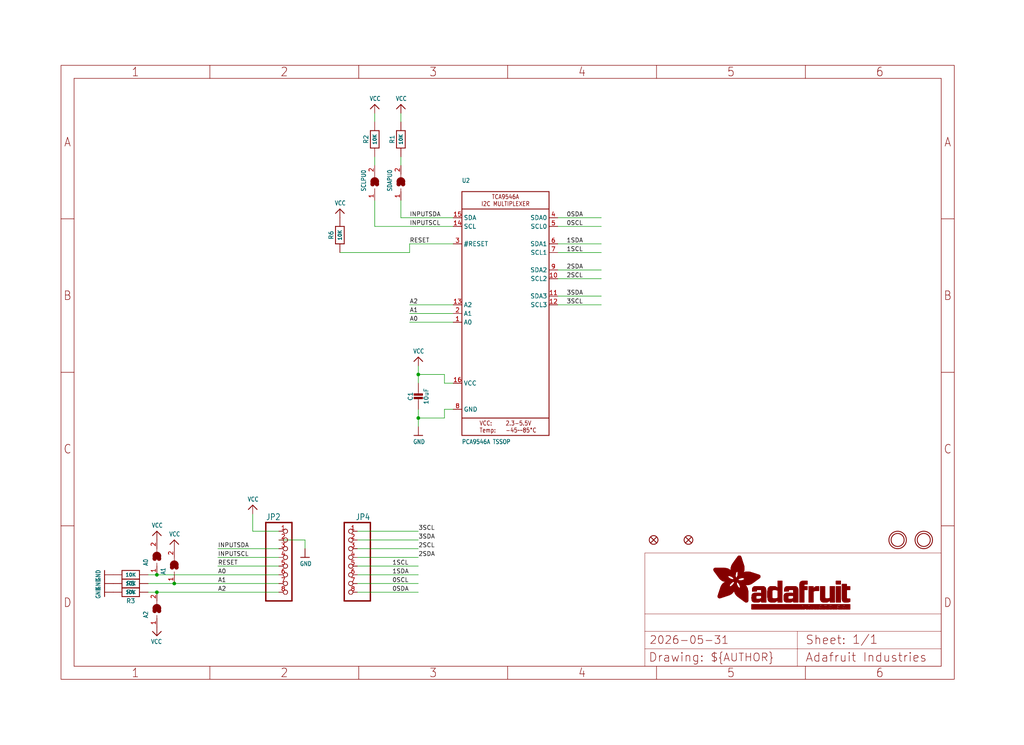
<source format=kicad_sch>
(kicad_sch (version 20230121) (generator eeschema)
  (paper "User" 298.45 217.322)
  (lib_symbols
    (symbol "working-eagle-import:CAP_CERAMIC0805-NOOUTLINE"
      (property "Reference" "C" (at -2.29 1.25 90))
      (symbol "CAP_CERAMIC0805-NOOUTLINE_1_0"
        (pin passive line (at 0 5.08 270) (length 2.54) (name "1") (number "1"))
        (pin passive line (at 0 -2.54 90) (length 2.54) (name "2") (number "2"))
      )
    )
    (symbol "working-eagle-import:FIDUCIAL_1MM")
    (symbol "working-eagle-import:FRAME_A4_ADAFRUIT"
      (symbol "FRAME_A4_ADAFRUIT_1_0"
        (text "${#}/${##}" (at 230.505 10.16 0) (effects (font (size 2.54 2.54)) (justify left bottom)))
        (text "${AUTHOR}" (at 189.23 5.08 0) (effects (font (size 2.286 2.286)) (justify left bottom)))
        (text "${CURRENT_DATE}" (at 171.45 10.16 0) (effects (font (size 2.286 2.286)) (justify left bottom)))
        (text "${PROJECTNAME}" (at 171.45 15.24 0) (effects (font (size 2.54 2.54)) (justify left bottom)))
        (text "1" (at 21.6958 1.905 0) (effects (font (size 2.54 2.286))))
        (text "1" (at 21.6958 177.165 0) (effects (font (size 2.54 2.286))))
        (text "2" (at 65.0875 1.905 0) (effects (font (size 2.54 2.286))))
        (text "2" (at 65.0875 177.165 0) (effects (font (size 2.54 2.286))))
        (text "3" (at 108.4792 1.905 0) (effects (font (size 2.54 2.286))))
        (text "3" (at 108.4792 177.165 0) (effects (font (size 2.54 2.286))))
        (text "4" (at 151.8708 1.905 0) (effects (font (size 2.54 2.286))))
        (text "4" (at 151.8708 177.165 0) (effects (font (size 2.54 2.286))))
        (text "5" (at 195.2625 1.905 0) (effects (font (size 2.54 2.286))))
        (text "5" (at 195.2625 177.165 0) (effects (font (size 2.54 2.286))))
        (text "6" (at 238.6542 1.905 0) (effects (font (size 2.54 2.286))))
        (text "6" (at 238.6542 177.165 0) (effects (font (size 2.54 2.286))))
        (text "A" (at 1.905 156.6863 0) (effects (font (size 2.54 2.286))))
        (text "A" (at 258.445 156.6863 0) (effects (font (size 2.54 2.286))))
        (text "Adafruit Industries" (at 216.916 4.953 0) (effects (font (size 2.54 2.54)) (justify left bottom)))
        (text "B" (at 1.905 111.9188 0) (effects (font (size 2.54 2.286))))
        (text "B" (at 258.445 111.9188 0) (effects (font (size 2.54 2.286))))
        (text "C" (at 1.905 67.1513 0) (effects (font (size 2.54 2.286))))
        (text "C" (at 258.445 67.1513 0) (effects (font (size 2.54 2.286))))
        (text "D" (at 1.905 22.3838 0) (effects (font (size 2.54 2.286))))
        (text "D" (at 258.445 22.3838 0) (effects (font (size 2.54 2.286))))
        (text "Drawing:" (at 171.196 4.953 0) (effects (font (size 2.54 2.54)) (justify left bottom)))
        (text "Sheet:" (at 216.916 10.033 0) (effects (font (size 2.54 2.54)) (justify left bottom)))
      )
    )
    (symbol "working-eagle-import:GND" (power)
      (property "Value" "GND" (at -1.524 -2.54 0))
      (symbol "GND_1_0"
        (pin power_in line (at 0 2.54 270) (length 2.54) (name "GND") (number "1"))
      )
    )
    (symbol "working-eagle-import:HEADER-1X870MIL"
      (property "Reference" "JP" (at -6.35 13.335 0))
      (symbol "HEADER-1X870MIL_1_0"
        (pin passive inverted (at -2.54 10.16 0) (length 2.54) (name "1") (number "1"))
        (pin passive inverted (at -2.54 7.62 0) (length 2.54) (name "2") (number "2"))
        (pin passive inverted (at -2.54 5.08 0) (length 2.54) (name "3") (number "3"))
        (pin passive inverted (at -2.54 2.54 0) (length 2.54) (name "4") (number "4"))
        (pin passive inverted (at -2.54 0 0) (length 2.54) (name "5") (number "5"))
        (pin passive inverted (at -2.54 -2.54 0) (length 2.54) (name "6") (number "6"))
        (pin passive inverted (at -2.54 -5.08 0) (length 2.54) (name "7") (number "7"))
        (pin passive inverted (at -2.54 -7.62 0) (length 2.54) (name "8") (number "8"))
      )
    )
    (symbol "working-eagle-import:MOUNTINGHOLE2.5")
    (symbol "working-eagle-import:RESISTOR_0603_NOOUT"
      (property "Reference" "R" (at 0 2.54 0))
      (symbol "RESISTOR_0603_NOOUT_1_0"
        (pin passive line (at -5.08 0 0) (length 2.54) (name "1") (number "1"))
        (pin passive line (at 5.08 0 180) (length 2.54) (name "2") (number "2"))
      )
    )
    (symbol "working-eagle-import:SOLDERJUMPER"
      (property "Reference" "SJ" (at -2.54 2.54 0))
      (symbol "SOLDERJUMPER_1_0"
        (pin passive line (at -5.08 0 0) (length 2.54) (name "1") (number "1"))
        (pin passive line (at 5.08 0 180) (length 2.54) (name "2") (number "2"))
      )
    )
    (symbol "working-eagle-import:SOLDERJUMPERCLOSED"
      (property "Reference" "SJ" (at -2.54 2.54 0))
      (symbol "SOLDERJUMPERCLOSED_1_0"
        (pin passive line (at -5.08 0 0) (length 2.54) (name "1") (number "1"))
        (pin passive line (at 5.08 0 180) (length 2.54) (name "2") (number "2"))
      )
    )
    (symbol "working-eagle-import:VCC" (power)
      (property "Value" "VCC" (at -1.524 1.016 0))
      (symbol "VCC_1_0"
        (pin power_in line (at 0 -2.54 90) (length 2.54) (name "VCC") (number "1"))
      )
    )
    (symbol "working-eagle-import:XCA9546APW"
      (property "Reference" "U" (at -12.7 38.1 0))
      (symbol "XCA9546APW_1_0"
        (text "2.3-5.5V\n-45~~85°C" (at 0 -33.02 0) (effects (font (size 1.27 1.0795)) (justify left)))
        (text "TCA9546A\nI2C MULTIPLEXER" (at 0 33.02 0) (effects (font (size 1.27 1.0795))))
        (text "VCC:\nTemp:" (at -7.62 -33.02 0) (effects (font (size 1.27 1.0795)) (justify left)))
        (pin bidirectional line (at -15.24 -2.54 0) (length 2.54) (name "A0") (number "1"))
        (pin bidirectional line (at 15.24 10.16 180) (length 2.54) (name "SCL2") (number "10"))
        (pin bidirectional line (at 15.24 5.08 180) (length 2.54) (name "SDA3") (number "11"))
        (pin bidirectional line (at 15.24 2.54 180) (length 2.54) (name "SCL3") (number "12"))
        (pin bidirectional line (at -15.24 2.54 0) (length 2.54) (name "A2") (number "13"))
        (pin bidirectional line (at -15.24 25.4 0) (length 2.54) (name "SCL") (number "14"))
        (pin bidirectional line (at -15.24 27.94 0) (length 2.54) (name "SDA") (number "15"))
        (pin bidirectional line (at -15.24 -20.32 0) (length 2.54) (name "VCC") (number "16"))
        (pin bidirectional line (at -15.24 0 0) (length 2.54) (name "A1") (number "2"))
        (pin bidirectional line (at -15.24 20.32 0) (length 2.54) (name "#RESET") (number "3"))
        (pin bidirectional line (at 15.24 27.94 180) (length 2.54) (name "SDA0") (number "4"))
        (pin bidirectional line (at 15.24 25.4 180) (length 2.54) (name "SCL0") (number "5"))
        (pin bidirectional line (at 15.24 20.32 180) (length 2.54) (name "SDA1") (number "6"))
        (pin bidirectional line (at 15.24 17.78 180) (length 2.54) (name "SCL1") (number "7"))
        (pin bidirectional line (at -15.24 -27.94 0) (length 2.54) (name "GND") (number "8"))
        (pin bidirectional line (at 15.24 12.7 180) (length 2.54) (name "SDA2") (number "9"))
      )
    )
  )
  (junction (at 50.8 170.18))
  (junction (at 45.72 172.72))
  (junction (at 121.92 121.92))
  (junction (at 121.92 109.22))
  (junction (at 45.72 167.64))
  (wire (pts (xy 81.28 154.94) (xy 73.66 154.94)) (stroke (width 0.1524)))
  (wire (pts (xy 121.92 106.68) (xy 121.92 109.22)) (stroke (width 0.1524)))
  (wire (pts (xy 104.14 170.18) (xy 121.92 170.18)) (stroke (width 0.1524)))
  (wire (pts (xy 109.22 66.04) (xy 109.22 58.42)) (stroke (width 0.1524)))
  (wire (pts (xy 129.54 119.38) (xy 132.08 119.38)) (stroke (width 0.1524)))
  (wire (pts (xy 45.72 167.64) (xy 43.18 167.64)) (stroke (width 0.1524)))
  (wire (pts (xy 121.92 154.94) (xy 104.14 154.94)) (stroke (width 0.1524)))
  (wire (pts (xy 73.66 154.94) (xy 73.66 149.86)) (stroke (width 0.1524)))
  (wire (pts (xy 121.92 124.46) (xy 121.92 121.92)) (stroke (width 0.1524)))
  (wire (pts (xy 121.92 109.22) (xy 121.92 111.76)) (stroke (width 0.1524)))
  (wire (pts (xy 132.08 88.9) (xy 119.38 88.9)) (stroke (width 0.1524)))
  (wire (pts (xy 45.72 172.72) (xy 43.18 172.72)) (stroke (width 0.1524)))
  (wire (pts (xy 162.56 81.28) (xy 175.26 81.28)) (stroke (width 0.1524)))
  (wire (pts (xy 132.08 91.44) (xy 119.38 91.44)) (stroke (width 0.1524)))
  (wire (pts (xy 132.08 93.98) (xy 119.38 93.98)) (stroke (width 0.1524)))
  (wire (pts (xy 162.56 73.66) (xy 175.26 73.66)) (stroke (width 0.1524)))
  (wire (pts (xy 121.92 121.92) (xy 121.92 119.38)) (stroke (width 0.1524)))
  (wire (pts (xy 132.08 66.04) (xy 109.22 66.04)) (stroke (width 0.1524)))
  (wire (pts (xy 88.9 157.48) (xy 88.9 160.02)) (stroke (width 0.1524)))
  (wire (pts (xy 81.28 172.72) (xy 45.72 172.72)) (stroke (width 0.1524)))
  (wire (pts (xy 81.28 160.02) (xy 63.5 160.02)) (stroke (width 0.1524)))
  (wire (pts (xy 121.92 162.56) (xy 104.14 162.56)) (stroke (width 0.1524)))
  (wire (pts (xy 104.14 172.72) (xy 121.92 172.72)) (stroke (width 0.1524)))
  (wire (pts (xy 129.54 109.22) (xy 129.54 111.76)) (stroke (width 0.1524)))
  (wire (pts (xy 116.84 63.5) (xy 116.84 58.42)) (stroke (width 0.1524)))
  (wire (pts (xy 81.28 167.64) (xy 45.72 167.64)) (stroke (width 0.1524)))
  (wire (pts (xy 132.08 63.5) (xy 116.84 63.5)) (stroke (width 0.1524)))
  (wire (pts (xy 119.38 73.66) (xy 119.38 71.12)) (stroke (width 0.1524)))
  (wire (pts (xy 116.84 35.56) (xy 116.84 33.02)) (stroke (width 0.1524)))
  (wire (pts (xy 162.56 78.74) (xy 175.26 78.74)) (stroke (width 0.1524)))
  (wire (pts (xy 121.92 121.92) (xy 129.54 121.92)) (stroke (width 0.1524)))
  (wire (pts (xy 116.84 48.26) (xy 116.84 45.72)) (stroke (width 0.1524)))
  (wire (pts (xy 109.22 48.26) (xy 109.22 45.72)) (stroke (width 0.1524)))
  (wire (pts (xy 104.14 167.64) (xy 121.92 167.64)) (stroke (width 0.1524)))
  (wire (pts (xy 104.14 165.1) (xy 121.92 165.1)) (stroke (width 0.1524)))
  (wire (pts (xy 121.92 160.02) (xy 104.14 160.02)) (stroke (width 0.1524)))
  (wire (pts (xy 162.56 86.36) (xy 175.26 86.36)) (stroke (width 0.1524)))
  (wire (pts (xy 162.56 88.9) (xy 175.26 88.9)) (stroke (width 0.1524)))
  (wire (pts (xy 121.92 109.22) (xy 129.54 109.22)) (stroke (width 0.1524)))
  (wire (pts (xy 81.28 165.1) (xy 63.5 165.1)) (stroke (width 0.1524)))
  (wire (pts (xy 129.54 111.76) (xy 132.08 111.76)) (stroke (width 0.1524)))
  (wire (pts (xy 99.06 73.66) (xy 119.38 73.66)) (stroke (width 0.1524)))
  (wire (pts (xy 81.28 157.48) (xy 88.9 157.48)) (stroke (width 0.1524)))
  (wire (pts (xy 162.56 71.12) (xy 175.26 71.12)) (stroke (width 0.1524)))
  (wire (pts (xy 129.54 121.92) (xy 129.54 119.38)) (stroke (width 0.1524)))
  (wire (pts (xy 162.56 66.04) (xy 175.26 66.04)) (stroke (width 0.1524)))
  (wire (pts (xy 132.08 71.12) (xy 119.38 71.12)) (stroke (width 0.1524)))
  (wire (pts (xy 162.56 63.5) (xy 175.26 63.5)) (stroke (width 0.1524)))
  (wire (pts (xy 81.28 170.18) (xy 50.8 170.18)) (stroke (width 0.1524)))
  (wire (pts (xy 109.22 35.56) (xy 109.22 33.02)) (stroke (width 0.1524)))
  (wire (pts (xy 121.92 157.48) (xy 104.14 157.48)) (stroke (width 0.1524)))
  (wire (pts (xy 50.8 170.18) (xy 43.18 170.18)) (stroke (width 0.1524)))
  (wire (pts (xy 81.28 162.56) (xy 63.5 162.56)) (stroke (width 0.1524)))
  (label "INPUTSCL" (at 63.5 162.56 0) (effects (font (size 1.2446 1.2446))))
  (label "3SCL" (at 165.1 88.9 0) (effects (font (size 1.2446 1.2446))))
  (label "INPUTSCL" (at 119.38 66.04 0) (effects (font (size 1.2446 1.2446))))
  (label "3SCL" (at 121.92 154.94 0) (effects (font (size 1.2446 1.2446))))
  (label "2SCL" (at 121.92 160.02 0) (effects (font (size 1.2446 1.2446))))
  (label "2SCL" (at 165.1 81.28 0) (effects (font (size 1.2446 1.2446))))
  (label "0SDA" (at 114.3 172.72 0) (effects (font (size 1.2446 1.2446))))
  (label "A2" (at 119.38 88.9 0) (effects (font (size 1.2446 1.2446))))
  (label "0SDA" (at 165.1 63.5 0) (effects (font (size 1.2446 1.2446))))
  (label "RESET" (at 119.38 71.12 0) (effects (font (size 1.2446 1.2446))))
  (label "0SCL" (at 165.1 66.04 0) (effects (font (size 1.2446 1.2446))))
  (label "2SDA" (at 165.1 78.74 0) (effects (font (size 1.2446 1.2446))))
  (label "RESET" (at 63.5 165.1 0) (effects (font (size 1.2446 1.2446))))
  (label "A2" (at 63.5 172.72 0) (effects (font (size 1.2446 1.2446))))
  (label "3SDA" (at 165.1 86.36 0) (effects (font (size 1.2446 1.2446))))
  (label "A0" (at 63.5 167.64 0) (effects (font (size 1.2446 1.2446))))
  (label "1SCL" (at 114.3 165.1 0) (effects (font (size 1.2446 1.2446))))
  (label "2SDA" (at 121.92 162.56 0) (effects (font (size 1.2446 1.2446))))
  (label "A1" (at 63.5 170.18 0) (effects (font (size 1.2446 1.2446))))
  (label "A1" (at 119.38 91.44 0) (effects (font (size 1.2446 1.2446))))
  (label "1SDA" (at 114.3 167.64 0) (effects (font (size 1.2446 1.2446))))
  (label "INPUTSDA" (at 119.38 63.5 0) (effects (font (size 1.2446 1.2446))))
  (label "3SDA" (at 121.92 157.48 0) (effects (font (size 1.2446 1.2446))))
  (label "1SDA" (at 165.1 71.12 0) (effects (font (size 1.2446 1.2446))))
  (label "INPUTSDA" (at 63.5 160.02 0) (effects (font (size 1.2446 1.2446))))
  (label "A0" (at 119.38 93.98 0) (effects (font (size 1.2446 1.2446))))
  (label "0SCL" (at 114.3 170.18 0) (effects (font (size 1.2446 1.2446))))
  (label "1SCL" (at 165.1 73.66 0) (effects (font (size 1.2446 1.2446))))
  (symbol (lib_id "working-eagle-import:VCC") (at 121.92 104.14 0) (unit 1)
    (property "Reference" "#P+3" (effects hide))
    (property "Value" "VCC" (at 120.396 103.124 0) (effects (font (size 1.27 1.0795)) (justify left bottom)))
  )
  (symbol (lib_id "working-eagle-import:GND") (at 30.48 172.72 270) (unit 1)
    (property "Reference" "#U$10" (effects hide))
    (property "Value" "GND" (at 27.94 171.196 0) (effects (font (size 1.27 1.0795)) (justify left bottom)))
  )
  (symbol (lib_id "working-eagle-import:RESISTOR_0603_NOOUT") (at 99.06 68.58 90) (unit 1)
    (property "Reference" "R6" (at 96.52 68.58 0))
    (property "Value" "10K" (at 99.06 68.58 0) (effects (font (size 1.016 1.016) bold)))
    (property "Footprint" "working:0603-NO" (effects hide))
  )
  (symbol (lib_id "working-eagle-import:SOLDERJUMPERCLOSED") (at 109.22 53.34 90) (unit 1)
    (property "Reference" "SCLPU0" (at 106.68 55.88 0) (effects (font (size 1.27 1.0795)) (justify left bottom)))
    (property "Value" "SOLDERJUMPERCLOSED" (effects hide))
    (property "Footprint" "working:SOLDERJUMPER_CLOSEDWIRE" (effects hide))
  )
  (symbol (lib_id "working-eagle-import:GND") (at 88.9 162.56 0) (unit 1)
    (property "Reference" "#U$3" (effects hide))
    (property "Value" "GND" (at 87.376 165.1 0) (effects (font (size 1.27 1.0795)) (justify left bottom)))
  )
  (symbol (lib_id "working-eagle-import:RESISTOR_0603_NOOUT") (at 38.1 172.72 180) (unit 1)
    (property "Reference" "R3" (at 38.1 175.26 0))
    (property "Value" "10K" (at 38.1 172.72 0) (effects (font (size 1.016 1.016) bold)))
    (property "Footprint" "working:0603-NO" (effects hide))
  )
  (symbol (lib_id "working-eagle-import:VCC") (at 45.72 154.94 0) (unit 1)
    (property "Reference" "#P+5" (effects hide))
    (property "Value" "VCC" (at 44.196 153.924 0) (effects (font (size 1.27 1.0795)) (justify left bottom)))
  )
  (symbol (lib_id "working-eagle-import:SOLDERJUMPER") (at 45.72 177.8 90) (unit 1)
    (property "Reference" "A2" (at 43.18 180.34 0) (effects (font (size 1.27 1.0795)) (justify left bottom)))
    (property "Value" "SOLDERJUMPER" (effects hide))
    (property "Footprint" "working:SOLDERJUMPER_ARROW_NOPASTE" (effects hide))
  )
  (symbol (lib_id "working-eagle-import:RESISTOR_0603_NOOUT") (at 38.1 167.64 180) (unit 1)
    (property "Reference" "R5" (at 38.1 170.18 0))
    (property "Value" "10K" (at 38.1 167.64 0) (effects (font (size 1.016 1.016) bold)))
    (property "Footprint" "working:0603-NO" (effects hide))
  )
  (symbol (lib_id "working-eagle-import:FIDUCIAL_1MM") (at 190.5 157.48 0) (unit 1)
    (property "Reference" "FID1" (effects hide))
    (property "Value" "FIDUCIAL_1MM" (effects hide))
    (property "Footprint" "working:FIDUCIAL_1MM" (effects hide))
  )
  (symbol (lib_id "working-eagle-import:RESISTOR_0603_NOOUT") (at 109.22 40.64 90) (unit 1)
    (property "Reference" "R2" (at 106.68 40.64 0))
    (property "Value" "10K" (at 109.22 40.64 0) (effects (font (size 1.016 1.016) bold)))
    (property "Footprint" "working:0603-NO" (effects hide))
  )
  (symbol (lib_id "working-eagle-import:VCC") (at 109.22 30.48 0) (unit 1)
    (property "Reference" "#P+1" (effects hide))
    (property "Value" "VCC" (at 107.696 29.464 0) (effects (font (size 1.27 1.0795)) (justify left bottom)))
  )
  (symbol (lib_id "working-eagle-import:VCC") (at 50.8 157.48 0) (unit 1)
    (property "Reference" "#P+6" (effects hide))
    (property "Value" "VCC" (at 49.276 156.464 0) (effects (font (size 1.27 1.0795)) (justify left bottom)))
  )
  (symbol (lib_id "working-eagle-import:VCC") (at 99.06 60.96 0) (unit 1)
    (property "Reference" "#P+8" (effects hide))
    (property "Value" "VCC" (at 97.536 59.944 0) (effects (font (size 1.27 1.0795)) (justify left bottom)))
  )
  (symbol (lib_id "working-eagle-import:FIDUCIAL_1MM") (at 200.66 157.48 0) (unit 1)
    (property "Reference" "FID3" (effects hide))
    (property "Value" "FIDUCIAL_1MM" (effects hide))
    (property "Footprint" "working:FIDUCIAL_1MM" (effects hide))
  )
  (symbol (lib_id "working-eagle-import:SOLDERJUMPERCLOSED") (at 116.84 53.34 90) (unit 1)
    (property "Reference" "SDAPU0" (at 114.3 55.88 0) (effects (font (size 1.27 1.0795)) (justify left bottom)))
    (property "Value" "SOLDERJUMPERCLOSED" (effects hide))
    (property "Footprint" "working:SOLDERJUMPER_CLOSEDWIRE" (effects hide))
  )
  (symbol (lib_id "working-eagle-import:GND") (at 30.48 170.18 270) (unit 1)
    (property "Reference" "#U$9" (effects hide))
    (property "Value" "GND" (at 27.94 168.656 0) (effects (font (size 1.27 1.0795)) (justify left bottom)))
  )
  (symbol (lib_id "working-eagle-import:XCA9546APW") (at 147.32 91.44 0) (unit 1)
    (property "Reference" "U2" (at 134.62 53.34 0) (effects (font (size 1.27 1.0795)) (justify left bottom)))
    (property "Value" "PCA9546A TSSOP" (at 134.62 129.54 0) (effects (font (size 1.27 1.0795)) (justify left bottom)))
    (property "Footprint" "working:TSSOP16" (effects hide))
  )
  (symbol (lib_id "working-eagle-import:VCC") (at 45.72 185.42 180) (unit 1)
    (property "Reference" "#P+7" (effects hide))
    (property "Value" "VCC" (at 47.244 186.436 0) (effects (font (size 1.27 1.0795)) (justify left bottom)))
  )
  (symbol (lib_id "working-eagle-import:MOUNTINGHOLE2.5") (at 261.62 157.48 0) (unit 1)
    (property "Reference" "U$5" (effects hide))
    (property "Value" "MOUNTINGHOLE2.5" (effects hide))
    (property "Footprint" "working:MOUNTINGHOLE_2.5_PLATED" (effects hide))
  )
  (symbol (lib_id "working-eagle-import:GND") (at 121.92 127 0) (unit 1)
    (property "Reference" "#U$2" (effects hide))
    (property "Value" "GND" (at 120.396 129.54 0) (effects (font (size 1.27 1.0795)) (justify left bottom)))
  )
  (symbol (lib_id "working-eagle-import:HEADER-1X870MIL") (at 83.82 165.1 0) (unit 1)
    (property "Reference" "JP2" (at 77.47 151.765 0) (effects (font (size 1.778 1.5113)) (justify left bottom)))
    (property "Value" "HEADER-1X870MIL" (effects hide))
    (property "Footprint" "working:1X08_ROUND_70" (effects hide))
  )
  (symbol (lib_id "working-eagle-import:HEADER-1X870MIL") (at 101.6 165.1 0) (mirror y) (unit 1)
    (property "Reference" "JP4" (at 107.95 151.765 0) (effects (font (size 1.778 1.5113)) (justify left bottom)))
    (property "Value" "HEADER-1X870MIL" (effects hide))
    (property "Footprint" "working:1X08_ROUND_70" (effects hide))
  )
  (symbol (lib_id "working-eagle-import:MOUNTINGHOLE2.5") (at 269.24 157.48 0) (unit 1)
    (property "Reference" "U$4" (effects hide))
    (property "Value" "MOUNTINGHOLE2.5" (effects hide))
    (property "Footprint" "working:MOUNTINGHOLE_2.5_PLATED" (effects hide))
  )
  (symbol (lib_id "working-eagle-import:GND") (at 30.48 167.64 270) (unit 1)
    (property "Reference" "#U$8" (effects hide))
    (property "Value" "GND" (at 27.94 166.116 0) (effects (font (size 1.27 1.0795)) (justify left bottom)))
  )
  (symbol (lib_id "working-eagle-import:SOLDERJUMPER") (at 45.72 162.56 90) (unit 1)
    (property "Reference" "A0" (at 43.18 165.1 0) (effects (font (size 1.27 1.0795)) (justify left bottom)))
    (property "Value" "SOLDERJUMPER" (effects hide))
    (property "Footprint" "working:SOLDERJUMPER_ARROW_NOPASTE" (effects hide))
  )
  (symbol (lib_id "working-eagle-import:VCC") (at 73.66 147.32 0) (unit 1)
    (property "Reference" "#P+4" (effects hide))
    (property "Value" "VCC" (at 72.136 146.304 0) (effects (font (size 1.27 1.0795)) (justify left bottom)))
  )
  (symbol (lib_id "working-eagle-import:RESISTOR_0603_NOOUT") (at 38.1 170.18 180) (unit 1)
    (property "Reference" "R4" (at 38.1 172.72 0))
    (property "Value" "10K" (at 38.1 170.18 0) (effects (font (size 1.016 1.016) bold)))
    (property "Footprint" "working:0603-NO" (effects hide))
  )
  (symbol (lib_id "working-eagle-import:RESISTOR_0603_NOOUT") (at 116.84 40.64 90) (unit 1)
    (property "Reference" "R1" (at 114.3 40.64 0))
    (property "Value" "10K" (at 116.84 40.64 0) (effects (font (size 1.016 1.016) bold)))
    (property "Footprint" "working:0603-NO" (effects hide))
  )
  (symbol (lib_id "working-eagle-import:CAP_CERAMIC0805-NOOUTLINE") (at 121.92 116.84 0) (unit 1)
    (property "Reference" "C1" (at 119.63 115.59 90))
    (property "Value" "10uF" (at 124.22 115.59 90))
    (property "Footprint" "working:0805-NO" (effects hide))
  )
  (symbol (lib_id "working-eagle-import:VCC") (at 116.84 30.48 0) (unit 1)
    (property "Reference" "#P+2" (effects hide))
    (property "Value" "VCC" (at 115.316 29.464 0) (effects (font (size 1.27 1.0795)) (justify left bottom)))
  )
  (symbol (lib_id "working-eagle-import:SOLDERJUMPER") (at 50.8 165.1 90) (unit 1)
    (property "Reference" "A1" (at 48.26 167.64 0) (effects (font (size 1.27 1.0795)) (justify left bottom)))
    (property "Value" "SOLDERJUMPER" (effects hide))
    (property "Footprint" "working:SOLDERJUMPER_ARROW_NOPASTE" (effects hide))
  )
  (symbol (lib_id "working-eagle-import:FRAME_A4_ADAFRUIT") (at 17.78 198.12 0) (unit 1)
    (property "Reference" "#U$1" (effects hide))
    (property "Value" "FRAME_A4_ADAFRUIT" (effects hide))
  )
)
</source>
